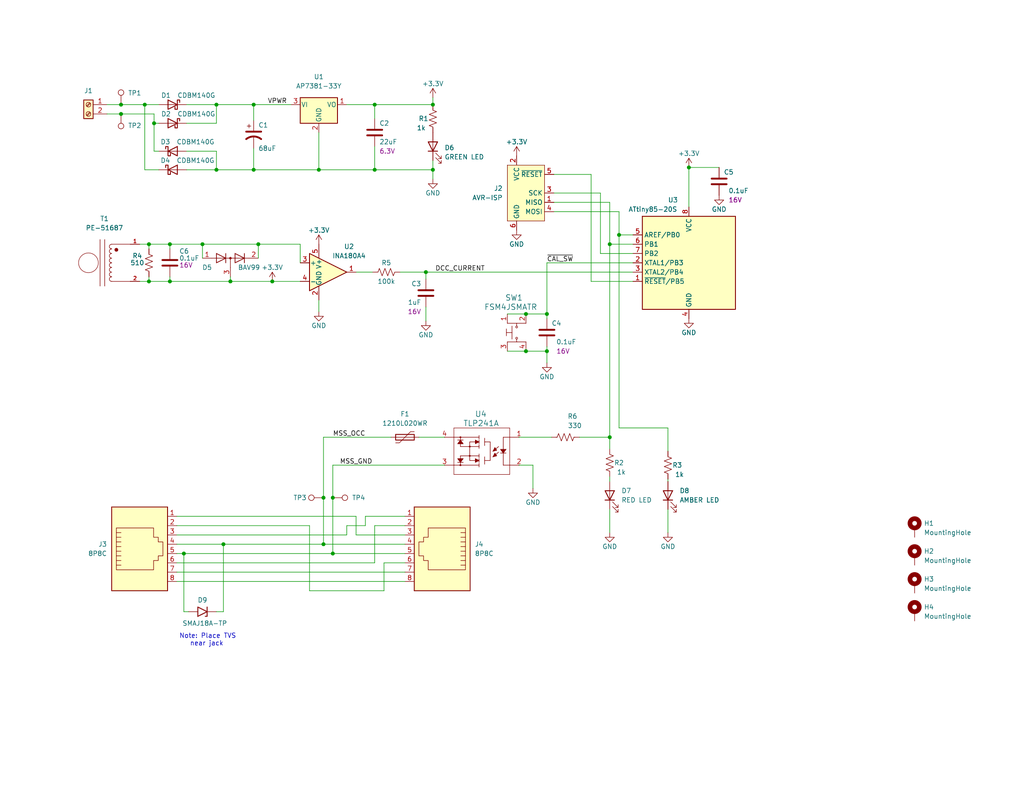
<source format=kicad_sch>
(kicad_sch (version 20211123) (generator eeschema)
  (paper "USLetter")
  (title_block (title "MSS Crossover Block Detector") (company "Iowa Scaled Engineering"))
  (lib_symbols
    (symbol "Amplifier_Current:INA180A4" (pin_names (offset 0.127))
      (property "Reference" "U" (at 3.81 3.81 0))
      (property "Value" "INA180A4" (at 3.81 -2.54 0))
      (symbol "INA180A4_0_1"
        (polyline (pts (xy 5.08 0) (xy -5.08 5.08) (xy -5.08 -5.08) (xy 5.08 0)) (stroke (width 0.254)) (fill (type background)))
      )
      (symbol "INA180A4_1_1"
        (pin output line (at 7.62 0 180) (length 2.54) (name "~") (number "1"))
        (pin power_in line (at -2.54 -7.62 90) (length 3.81) (name "GND") (number "2"))
        (pin input line (at -7.62 2.54 0) (length 2.54) (name "+") (number "3"))
        (pin input line (at -7.62 -2.54 0) (length 2.54) (name "-") (number "4"))
        (pin power_in line (at -2.54 7.62 270) (length 3.81) (name "V+") (number "5"))
      )
    )
    (symbol "Connector:8P8C" (pin_names (offset 1.016))
      (property "Reference" "J" (at -5.08 13.97 0))
      (property "Value" "8P8C" (at 2.54 13.97 0))
      (symbol "8P8C_0_1"
        (polyline (pts (xy -5.08 4.445) (xy -6.35 4.445)))
        (polyline (pts (xy -5.08 5.715) (xy -6.35 5.715)))
        (polyline (pts (xy -6.35 -3.175) (xy -5.08 -3.175) (xy -5.08 -3.175)))
        (polyline (pts (xy -6.35 -1.905) (xy -5.08 -1.905) (xy -5.08 -1.905)))
        (polyline (pts (xy -6.35 -0.635) (xy -5.08 -0.635) (xy -5.08 -0.635)))
        (polyline (pts (xy -6.35 0.635) (xy -5.08 0.635) (xy -5.08 0.635)))
        (polyline (pts (xy -6.35 1.905) (xy -5.08 1.905) (xy -5.08 1.905)))
        (polyline (pts (xy -5.08 3.175) (xy -6.35 3.175) (xy -6.35 3.175)))
        (polyline (pts (xy -6.35 -4.445) (xy -6.35 6.985) (xy 3.81 6.985) (xy 3.81 4.445) (xy 5.08 4.445) (xy 5.08 3.175) (xy 6.35 3.175) (xy 6.35 -0.635) (xy 5.08 -0.635) (xy 5.08 -1.905) (xy 3.81 -1.905) (xy 3.81 -4.445) (xy -6.35 -4.445) (xy -6.35 -4.445)))
        (rectangle (start 7.62 12.7) (end -7.62 -10.16) (stroke (width 0.254)) (fill (type background)))
      )
      (symbol "8P8C_1_1"
        (pin passive line (at 10.16 -7.62 180) (length 2.54) (name "~") (number "1"))
        (pin passive line (at 10.16 -5.08 180) (length 2.54) (name "~") (number "2"))
        (pin passive line (at 10.16 -2.54 180) (length 2.54) (name "~") (number "3"))
        (pin passive line (at 10.16 0 180) (length 2.54) (name "~") (number "4"))
        (pin passive line (at 10.16 2.54 180) (length 2.54) (name "~") (number "5"))
        (pin passive line (at 10.16 5.08 180) (length 2.54) (name "~") (number "6"))
        (pin passive line (at 10.16 7.62 180) (length 2.54) (name "~") (number "7"))
        (pin passive line (at 10.16 10.16 180) (length 2.54) (name "~") (number "8"))
      )
    )
    (symbol "Connector:Screw_Terminal_01x02" (pin_names (offset 1.016) hide)
      (property "Reference" "J" (at 0 2.54 0))
      (property "Value" "Screw_Terminal_01x02" (at 0 -5.08 0))
      (symbol "Screw_Terminal_01x02_1_1"
        (rectangle (start -1.27 1.27) (end 1.27 -3.81) (stroke (width 0.254)) (fill (type background)))
        (circle (center 0 -2.54) (radius 0.635) (stroke (width 0.1524)))
        (polyline (pts (xy -0.5334 -2.2098) (xy 0.3302 -3.048)) (stroke (width 0.1524)))
        (polyline (pts (xy -0.5334 0.3302) (xy 0.3302 -0.508)) (stroke (width 0.1524)))
        (polyline (pts (xy -0.3556 -2.032) (xy 0.508 -2.8702)) (stroke (width 0.1524)))
        (polyline (pts (xy -0.3556 0.508) (xy 0.508 -0.3302)) (stroke (width 0.1524)))
        (circle (center 0 0) (radius 0.635) (stroke (width 0.1524)))
        (pin passive line (at -5.08 0 0) (length 3.81) (name "Pin_1") (number "1"))
        (pin passive line (at -5.08 -2.54 0) (length 3.81) (name "Pin_2") (number "2"))
      )
    )
    (symbol "Connector:TestPoint" (pin_numbers hide) (pin_names (offset 0.762) hide)
      (property "Reference" "TP" (at 0 6.858 0))
      (property "Value" "TestPoint" (at 0 5.08 0))
      (symbol "TestPoint_0_1"
        (circle (center 0 3.302) (radius 0.762))
      )
      (symbol "TestPoint_1_1"
        (pin passive line (at 0 0 90) (length 2.54) (name "1") (number "1"))
      )
    )
    (symbol "Device:C" (pin_numbers hide) (pin_names (offset 0.254))
      (property "Reference" "C" (at 0.635 2.54 0))
      (property "Value" "C" (at 0.635 -2.54 0))
      (symbol "C_0_1"
        (polyline (pts (xy -2.032 -0.762) (xy 2.032 -0.762)) (stroke (width 0.508)))
        (polyline (pts (xy -2.032 0.762) (xy 2.032 0.762)) (stroke (width 0.508)))
      )
      (symbol "C_1_1"
        (pin passive line (at 0 3.81 270) (length 2.794) (name "~") (number "1"))
        (pin passive line (at 0 -3.81 90) (length 2.794) (name "~") (number "2"))
      )
    )
    (symbol "Device:C_Polarized_US" (pin_numbers hide) (pin_names (offset 0.254) hide)
      (property "Reference" "C" (at 0.635 2.54 0))
      (property "Value" "C_Polarized_US" (at 0.635 -2.54 0))
      (symbol "C_Polarized_US_0_1"
        (polyline (pts (xy -2.032 0.762) (xy 2.032 0.762)) (stroke (width 0.508)))
        (polyline (pts (xy -1.778 2.286) (xy -0.762 2.286)))
        (polyline (pts (xy -1.27 1.778) (xy -1.27 2.794)))
        (arc (start 2.032 -1.27) (mid 0 -0.5572) (end -2.032 -1.27) (stroke (width 0.508)))
      )
      (symbol "C_Polarized_US_1_1"
        (pin passive line (at 0 3.81 270) (length 2.794) (name "~") (number "1"))
        (pin passive line (at 0 -3.81 90) (length 3.302) (name "~") (number "2"))
      )
    )
    (symbol "Device:D_Schottky" (pin_numbers hide) (pin_names (offset 1.016) hide)
      (property "Reference" "D" (at 0 2.54 0))
      (property "Value" "D_Schottky" (at 0 -2.54 0))
      (symbol "D_Schottky_0_1"
        (polyline (pts (xy 1.27 0) (xy -1.27 0)))
        (polyline (pts (xy 1.27 1.27) (xy 1.27 -1.27) (xy -1.27 0) (xy 1.27 1.27)) (stroke (width 0.254)))
        (polyline (pts (xy -1.905 0.635) (xy -1.905 1.27) (xy -1.27 1.27) (xy -1.27 -1.27) (xy -0.635 -1.27) (xy -0.635 -0.635)) (stroke (width 0.254)))
      )
      (symbol "D_Schottky_1_1"
        (pin passive line (at -3.81 0 0) (length 2.54) (name "K") (number "1"))
        (pin passive line (at 3.81 0 180) (length 2.54) (name "A") (number "2"))
      )
    )
    (symbol "Device:LED" (pin_numbers hide) (pin_names (offset 1.016) hide)
      (property "Reference" "D" (at 0 2.54 0))
      (property "Value" "LED" (at 0 -2.54 0))
      (symbol "LED_0_1"
        (polyline (pts (xy -1.27 -1.27) (xy -1.27 1.27)) (stroke (width 0.254)))
        (polyline (pts (xy -1.27 0) (xy 1.27 0)))
        (polyline (pts (xy 1.27 -1.27) (xy 1.27 1.27) (xy -1.27 0) (xy 1.27 -1.27)) (stroke (width 0.254)))
        (polyline (pts (xy -3.048 -0.762) (xy -4.572 -2.286) (xy -3.81 -2.286) (xy -4.572 -2.286) (xy -4.572 -1.524)))
        (polyline (pts (xy -1.778 -0.762) (xy -3.302 -2.286) (xy -2.54 -2.286) (xy -3.302 -2.286) (xy -3.302 -1.524)))
      )
      (symbol "LED_1_1"
        (pin passive line (at -3.81 0 0) (length 2.54) (name "K") (number "1"))
        (pin passive line (at 3.81 0 180) (length 2.54) (name "A") (number "2"))
      )
    )
    (symbol "Device:Polyfuse" (pin_numbers hide) (pin_names (offset 0))
      (property "Reference" "F" (at -2.54 0 90))
      (property "Value" "Polyfuse" (at 2.54 0 90))
      (symbol "Polyfuse_0_1"
        (rectangle (start -0.762 2.54) (end 0.762 -2.54) (stroke (width 0.254)))
        (polyline (pts (xy 0 2.54) (xy 0 -2.54)))
        (polyline (pts (xy -1.524 2.54) (xy -1.524 1.524) (xy 1.524 -1.524) (xy 1.524 -2.54)))
      )
      (symbol "Polyfuse_1_1"
        (pin passive line (at 0 3.81 270) (length 1.27) (name "~") (number "1"))
        (pin passive line (at 0 -3.81 90) (length 1.27) (name "~") (number "2"))
      )
    )
    (symbol "Device:R_US" (pin_numbers hide) (pin_names (offset 0))
      (property "Reference" "R" (at 2.54 0 90))
      (property "Value" "R_US" (at -2.54 0 90))
      (symbol "R_US_0_1"
        (polyline (pts (xy 0 -2.286) (xy 0 -2.54)))
        (polyline (pts (xy 0 2.286) (xy 0 2.54)))
        (polyline (pts (xy 0 -0.762) (xy 1.016 -1.143) (xy 0 -1.524) (xy -1.016 -1.905) (xy 0 -2.286)))
        (polyline (pts (xy 0 0.762) (xy 1.016 0.381) (xy 0 0) (xy -1.016 -0.381) (xy 0 -0.762)))
        (polyline (pts (xy 0 2.286) (xy 1.016 1.905) (xy 0 1.524) (xy -1.016 1.143) (xy 0 0.762)))
      )
      (symbol "R_US_1_1"
        (pin passive line (at 0 3.81 270) (length 1.27) (name "~") (number "1"))
        (pin passive line (at 0 -3.81 90) (length 1.27) (name "~") (number "2"))
      )
    )
    (symbol "Diode:BAV99" (pin_names hide)
      (property "Reference" "D" (at 0 5.08 0))
      (property "Value" "BAV99" (at 0 2.54 0))
      (symbol "BAV99_0_1"
        (polyline (pts (xy -5.08 0) (xy 5.08 0)))
      )
      (symbol "BAV99_1_1"
        (polyline (pts (xy 0 0) (xy 0 -2.54)))
        (polyline (pts (xy -1.27 -1.27) (xy -1.27 1.27) (xy -1.27 1.27)) (stroke (width 0.2032)))
        (polyline (pts (xy 3.81 1.27) (xy 3.81 -1.27) (xy 3.81 -1.27)) (stroke (width 0.2032)))
        (polyline (pts (xy -3.81 1.27) (xy -1.27 0) (xy -3.81 -1.27) (xy -3.81 1.27) (xy -3.81 1.27) (xy -3.81 1.27)) (stroke (width 0.2032)))
        (polyline (pts (xy 1.27 1.27) (xy 3.81 0) (xy 1.27 -1.27) (xy 1.27 1.27) (xy 1.27 1.27) (xy 1.27 1.27)) (stroke (width 0.2032)))
        (circle (center 0 0) (radius 0.254) (fill (type outline)))
        (pin passive line (at -7.62 0 0) (length 2.54) (name "K") (number "1"))
        (pin passive line (at 7.62 0 180) (length 2.54) (name "A") (number "2"))
        (pin passive line (at 0 -5.08 90) (length 2.54) (name "K") (number "3"))
      )
    )
    (symbol "Diode:SM6T75A" (pin_numbers hide) (pin_names (offset 1.016) hide)
      (property "Reference" "D" (at 0 2.54 0))
      (property "Value" "SM6T75A" (at 0 -2.54 0))
      (symbol "SM6T75A_0_1"
        (polyline (pts (xy -0.762 1.27) (xy -1.27 1.27) (xy -1.27 -1.27)) (stroke (width 0.254)))
        (polyline (pts (xy 1.27 1.27) (xy 1.27 -1.27) (xy -1.27 0) (xy 1.27 1.27)) (stroke (width 0.254)))
      )
      (symbol "SM6T75A_1_1"
        (pin passive line (at -3.81 0 0) (length 2.54) (name "A1") (number "1"))
        (pin passive line (at 3.81 0 180) (length 2.54) (name "A2") (number "2"))
      )
    )
    (symbol "ISE_Generic:Conn_AVR_TagConnect_TC2030" (in_bom no)
      (property "Reference" "J" (at 2.54 11.43 0))
      (property "Value" "Conn_AVR_TagConnect_TC2030" (at 5.08 8.89 0))
      (symbol "Conn_AVR_TagConnect_TC2030_0_0"
        (pin output line (at 7.62 -2.54 180) (length 2.54) (name "MISO") (number "1"))
        (pin power_in line (at -2.54 10.16 270) (length 2.54) (name "VCC") (number "2"))
        (pin input line (at 7.62 0 180) (length 2.54) (name "SCK") (number "3"))
        (pin input line (at 7.62 -5.08 180) (length 2.54) (name "MOSI") (number "4"))
        (pin open_collector line (at 7.62 5.08 180) (length 2.54) (name "~{RESET}") (number "5"))
        (pin power_in line (at -2.54 -10.16 90) (length 2.54) (name "GND") (number "6"))
      )
      (symbol "Conn_AVR_TagConnect_TC2030_0_1"
        (rectangle (start -5.08 7.62) (end 5.08 -7.62) (fill (type background)))
      )
    )
    (symbol "ISE_Generic:PE-51687" (pin_names (offset 1.016))
      (property "Reference" "T" (at -5.0839 7.6279 0))
      (property "Value" "PE-51687" (at -5.0814 -10.1627 0))
      (symbol "PE-51687_0_0"
        (circle (center -3.81 0) (radius 2.6911) (stroke (width 0.127)))
        (polyline (pts (xy -0.635 6.35) (xy -0.635 -6.35)) (stroke (width 0.1524)))
        (polyline (pts (xy 0.635 6.35) (xy 0.635 -6.35)) (stroke (width 0.1524)))
        (polyline (pts (xy 7.62 -5.08) (xy 2.54 -5.08)) (stroke (width 0.1524)))
        (polyline (pts (xy 7.62 5.08) (xy 2.54 5.08)) (stroke (width 0.1524)))
        (arc (start 2.54 -3.81) (mid 1.905 -4.445) (end 2.54 -5.08) (stroke (width 0.1524)))
        (arc (start 2.54 -2.54) (mid 1.905 -3.175) (end 2.54 -3.81) (stroke (width 0.1524)))
        (arc (start 2.54 -1.27) (mid 1.905 -1.905) (end 2.54 -2.54) (stroke (width 0.1524)))
        (arc (start 2.54 0) (mid 1.905 -0.635) (end 2.54 -1.27) (stroke (width 0.1524)))
        (arc (start 2.54 1.27) (mid 1.905 0.635) (end 2.54 0) (stroke (width 0.1524)))
        (arc (start 2.54 2.54) (mid 1.905 1.905) (end 2.54 1.27) (stroke (width 0.1524)))
        (arc (start 2.54 3.81) (mid 1.905 3.175) (end 2.54 2.54) (stroke (width 0.1524)))
        (arc (start 2.54 5.08) (mid 1.905 4.445) (end 2.54 3.81) (stroke (width 0.1524)))
        (circle (center 3.81 3.556) (radius 0.254) (stroke (width 0.508)))
        (pin passive line (at 10.16 5.08 180) (length 2.54) (name "~") (number "1"))
        (pin passive line (at 10.16 -5.08 180) (length 2.54) (name "~") (number "2"))
      )
    )
    (symbol "ISE_UltraLibrarian:TLP241ATP1_F" (pin_names (offset 0.254) hide)
      (property "Reference" "U" (at 0 0 0))
      (property "Value" "TLP241ATP1_F" (at 0 0 0))
      (symbol "TLP241ATP1_F_0_1"
        (polyline (pts (xy -2.54 -10.16) (xy 0 -10.16)))
        (polyline (pts (xy -2.54 -2.54) (xy 0 -2.54)))
        (polyline (pts (xy 0 -12.7) (xy 0 0)) (stroke (width 0.127)))
        (polyline (pts (xy 0 0) (xy 15.24 0)) (stroke (width 0.127)))
        (polyline (pts (xy 1.016 -6.858) (xy 2.54 -6.858)))
        (polyline (pts (xy 1.778 -10.16) (xy 0 -10.16)))
        (polyline (pts (xy 1.778 -10.16) (xy 1.778 -6.858)))
        (polyline (pts (xy 1.778 -2.54) (xy 0 -2.54)))
        (polyline (pts (xy 1.778 -2.54) (xy 1.778 -5.842)))
        (polyline (pts (xy 4.572 -7.874) (xy 3.048 -6.604)))
        (polyline (pts (xy 4.572 -6.35) (xy 3.048 -5.08)))
        (polyline (pts (xy 5.334 -3.81) (xy 5.334 -8.89)))
        (polyline (pts (xy 6.858 -8.89) (xy 5.334 -8.89)))
        (polyline (pts (xy 6.858 -7.874) (xy 6.858 -9.906)))
        (polyline (pts (xy 6.858 -3.81) (xy 5.334 -3.81)))
        (polyline (pts (xy 6.858 -2.794) (xy 6.858 -4.826)))
        (polyline (pts (xy 8.382 -10.16) (xy 15.24 -10.16)))
        (polyline (pts (xy 8.382 -9.652) (xy 8.382 -10.668)))
        (polyline (pts (xy 8.382 -8.382) (xy 8.382 -9.398)))
        (polyline (pts (xy 8.382 -7.62) (xy 13.462 -7.62)))
        (polyline (pts (xy 8.382 -7.112) (xy 8.382 -8.128)))
        (polyline (pts (xy 8.382 -5.08) (xy 13.462 -5.08)))
        (polyline (pts (xy 8.382 -4.572) (xy 8.382 -5.588)))
        (polyline (pts (xy 8.382 -3.302) (xy 8.382 -4.318)))
        (polyline (pts (xy 8.382 -2.54) (xy 15.24 -2.54)))
        (polyline (pts (xy 8.382 -2.032) (xy 8.382 -3.048)))
        (polyline (pts (xy 9.398 -8.89) (xy 10.922 -8.89)))
        (polyline (pts (xy 9.398 -3.81) (xy 10.922 -3.81)))
        (polyline (pts (xy 10.922 -3.81) (xy 10.922 -8.89)))
        (polyline (pts (xy 12.7 -9.398) (xy 14.224 -9.398)))
        (polyline (pts (xy 12.7 -3.302) (xy 14.224 -3.302)))
        (polyline (pts (xy 13.462 -9.398) (xy 13.462 -10.16)))
        (polyline (pts (xy 13.462 -7.62) (xy 13.462 -8.382)))
        (polyline (pts (xy 13.462 -4.318) (xy 13.462 -5.08)))
        (polyline (pts (xy 13.462 -2.54) (xy 13.462 -3.302)))
        (polyline (pts (xy 15.24 -12.7) (xy 0 -12.7)) (stroke (width 0.127)))
        (polyline (pts (xy 15.24 0) (xy 15.24 -12.7)) (stroke (width 0.127)))
        (polyline (pts (xy 17.78 -10.16) (xy 15.24 -10.16)))
        (polyline (pts (xy 17.78 -2.54) (xy 15.24 -2.54)))
        (polyline (pts (xy 1.016 -5.842) (xy 1.016 -5.842) (xy 2.54 -5.842) (xy 1.778 -6.858) (xy 1.016 -5.842)) (fill (type outline)))
        (polyline (pts (xy 4.572 -7.874) (xy 4.572 -7.874) (xy 4.064 -6.858) (xy 3.556 -7.62) (xy 4.572 -7.874)) (fill (type outline)))
        (polyline (pts (xy 4.572 -6.35) (xy 4.572 -6.35) (xy 4.064 -5.334) (xy 3.556 -6.096) (xy 4.572 -6.35)) (fill (type outline)))
        (polyline (pts (xy 8.382 -8.89) (xy 8.382 -8.89) (xy 9.398 -8.382) (xy 9.398 -9.398) (xy 8.382 -8.89)) (fill (type outline)))
        (polyline (pts (xy 8.382 -3.81) (xy 8.382 -3.81) (xy 9.398 -3.302) (xy 9.398 -4.318) (xy 8.382 -3.81)) (fill (type outline)))
        (polyline (pts (xy 12.7 -8.382) (xy 12.7 -8.382) (xy 14.224 -8.382) (xy 13.462 -9.398) (xy 12.7 -8.382)) (fill (type outline)))
        (polyline (pts (xy 13.462 -3.302) (xy 13.462 -3.302) (xy 12.7 -4.318) (xy 14.224 -4.318) (xy 13.462 -3.302)) (fill (type outline)))
        (circle (center 10.922 -7.62) (radius 0.127) (stroke (width 0.254)))
        (circle (center 10.922 -5.08) (radius 0.127) (stroke (width 0.254)))
        (circle (center 13.462 -10.16) (radius 0.127) (stroke (width 0.254)))
        (circle (center 13.462 -2.54) (radius 0.127) (stroke (width 0.254)))
        (pin unspecified line (at -2.5146 -2.54 180) (length 0.0254) (name "1") (number "1"))
        (pin unspecified line (at -2.5146 -10.16 180) (length 0.0254) (name "2") (number "2"))
        (pin unspecified line (at 17.8054 -10.16 180) (length 0.0254) (name "3") (number "3"))
        (pin unspecified line (at 17.8054 -2.54 180) (length 0.0254) (name "4") (number "4"))
      )
    )
    (symbol "MCU_Microchip_ATtiny:ATtiny85-20S"
      (property "Reference" "U" (at -12.7 13.97 0))
      (property "Value" "ATtiny85-20S" (at 2.54 -13.97 0))
      (symbol "ATtiny85-20S_0_1"
        (rectangle (start -12.7 -12.7) (end 12.7 12.7) (stroke (width 0.254)) (fill (type background)))
      )
      (symbol "ATtiny85-20S_1_1"
        (pin bidirectional line (at 15.24 -5.08 180) (length 2.54) (name "~{RESET}/PB5") (number "1"))
        (pin bidirectional line (at 15.24 0 180) (length 2.54) (name "XTAL1/PB3") (number "2"))
        (pin bidirectional line (at 15.24 -2.54 180) (length 2.54) (name "XTAL2/PB4") (number "3"))
        (pin power_in line (at 0 -15.24 90) (length 2.54) (name "GND") (number "4"))
        (pin bidirectional line (at 15.24 7.62 180) (length 2.54) (name "AREF/PB0") (number "5"))
        (pin bidirectional line (at 15.24 5.08 180) (length 2.54) (name "PB1") (number "6"))
        (pin bidirectional line (at 15.24 2.54 180) (length 2.54) (name "PB2") (number "7"))
        (pin power_in line (at 0 15.24 270) (length 2.54) (name "VCC") (number "8"))
      )
    )
    (symbol "Mechanical:MountingHole_Pad" (pin_numbers hide) (pin_names (offset 1.016) hide)
      (property "Reference" "H" (at 0 6.35 0))
      (property "Value" "MountingHole_Pad" (at 0 4.445 0))
      (symbol "MountingHole_Pad_0_1"
        (circle (center 0 1.27) (radius 1.27) (stroke (width 1.27)))
      )
      (symbol "MountingHole_Pad_1_1"
        (pin input line (at 0 -2.54 90) (length 2.54) (name "1") (number "1"))
      )
    )
    (symbol "Regulator_Linear:AP7384-33Y" (pin_names (offset 0.254))
      (property "Reference" "U" (at -3.81 3.175 0))
      (property "Value" "AP7384-33Y" (at 0 3.175 0))
      (symbol "AP7384-33Y_0_1"
        (rectangle (start -5.08 1.905) (end 5.08 -5.08) (stroke (width 0.254)) (fill (type background)))
      )
      (symbol "AP7384-33Y_1_1"
        (pin power_out line (at 7.62 0 180) (length 2.54) (name "VO") (number "1"))
        (pin power_in line (at 0 -7.62 90) (length 2.54) (name "GND") (number "2"))
        (pin power_in line (at -7.62 0 0) (length 2.54) (name "VI") (number "3"))
      )
    )
    (symbol "dk_Tactile-Switches:FSM4JSMATR" (pin_names (offset 1.016))
      (property "Reference" "S" (at 0 5.08 0))
      (property "Value" "FSM4JSMATR" (at 0 -5.08 0))
      (symbol "FSM4JSMATR_0_1"
        (circle (center -1.524 0) (radius 0.254))
        (polyline (pts (xy -2.54 2.54) (xy -2.54 -2.54)))
        (polyline (pts (xy -1.778 0) (xy -2.54 0)))
        (polyline (pts (xy -1.778 1.27) (xy 1.778 1.27)))
        (polyline (pts (xy 2.54 -2.54) (xy 2.54 2.54)))
        (polyline (pts (xy 2.54 0) (xy 1.778 0)))
        (circle (center 1.524 0) (radius 0.254))
      )
      (symbol "FSM4JSMATR_1_1"
        (polyline (pts (xy -1.016 2.794) (xy 0.889 2.794)))
        (polyline (pts (xy 0 2.794) (xy 0 1.27)))
        (pin passive line (at -5.08 2.54 0) (length 2.54) (name "~") (number "1"))
        (pin passive line (at -5.08 -2.54 0) (length 2.54) (name "~") (number "2"))
        (pin passive line (at 5.08 2.54 180) (length 2.54) (name "~") (number "3"))
        (pin passive line (at 5.08 -2.54 180) (length 2.54) (name "~") (number "4"))
      )
    )
    (symbol "power:+3.3V" (power) (pin_names (offset 0))
      (property "Value" "+3.3V" (at 0 3.556 0))
      (symbol "+3.3V_0_1"
        (polyline (pts (xy -0.762 1.27) (xy 0 2.54)))
        (polyline (pts (xy 0 0) (xy 0 2.54)))
        (polyline (pts (xy 0 2.54) (xy 0.762 1.27)))
      )
      (symbol "+3.3V_1_1"
        (pin power_in line (at 0 0 90) (length 0) hide (name "+3.3V") (number "1"))
      )
    )
    (symbol "power:GND" (power) (pin_names (offset 0))
      (property "Value" "GND" (at 0 -3.81 0))
      (symbol "GND_0_1"
        (polyline (pts (xy 0 0) (xy 0 -1.27) (xy 1.27 -1.27) (xy 0 -2.54) (xy -1.27 -1.27) (xy 0 -1.27)))
      )
      (symbol "GND_1_1"
        (pin power_in line (at 0 0 270) (length 0) hide (name "GND") (number "1"))
      )
    )
  )
  (junction (at 116.205 74.295))
  (junction (at 33.02 31.115))
  (junction (at 90.805 151.13))
  (junction (at 149.225 95.885))
  (junction (at 50.165 151.13))
  (junction (at 40.64 76.835))
  (junction (at 187.96 45.72))
  (junction (at 88.265 148.59))
  (junction (at 59.055 28.575))
  (junction (at 69.215 28.575))
  (junction (at 46.355 66.675))
  (junction (at 42.037 33.655))
  (junction (at 59.055 46.355))
  (junction (at 90.805 135.89))
  (junction (at 39.497 28.575))
  (junction (at 166.37 66.675))
  (junction (at 86.995 46.355))
  (junction (at 74.295 76.835))
  (junction (at 40.64 66.675))
  (junction (at 69.215 46.355))
  (junction (at 46.355 76.835))
  (junction (at 166.37 119.38))
  (junction (at 88.265 135.89))
  (junction (at 60.96 148.59))
  (junction (at 70.485 66.675))
  (junction (at 55.245 66.675))
  (junction (at 102.235 46.355))
  (junction (at 149.225 85.725))
  (junction (at 143.51 95.885))
  (junction (at 102.235 28.575))
  (junction (at 62.865 76.835))
  (junction (at 118.11 46.355))
  (junction (at 118.11 28.575))
  (junction (at 168.91 64.135))
  (junction (at 33.02 28.575))
  (junction (at 143.51 85.725))
  (wire (pts (xy 151.13 55.245) (xy 166.37 55.245)))
  (wire (pts (xy 94.615 28.575) (xy 102.235 28.575)))
  (wire (pts (xy 145.415 127) (xy 145.415 133.35)))
  (wire (pts (xy 48.26 158.75) (xy 110.49 158.75)))
  (wire (pts (xy 40.64 76.835) (xy 46.355 76.835)))
  (wire (pts (xy 86.995 46.355) (xy 102.235 46.355)))
  (wire (pts (xy 166.37 131.445) (xy 166.37 130.175)))
  (wire (pts (xy 168.91 64.135) (xy 172.72 64.135)))
  (wire (pts (xy 69.215 28.575) (xy 69.215 32.893)))
  (wire (pts (xy 168.91 64.135) (xy 168.91 116.84)))
  (wire (pts (xy 50.165 151.13) (xy 90.805 151.13)))
  (wire (pts (xy 84.455 161.29) (xy 104.775 161.29)))
  (wire (pts (xy 42.037 41.275) (xy 42.037 33.655)))
  (wire (pts (xy 182.245 131.445) (xy 182.245 130.81)))
  (wire (pts (xy 187.96 45.72) (xy 187.96 56.515)))
  (wire (pts (xy 55.245 66.675) (xy 55.245 70.485)))
  (wire (pts (xy 158.115 119.38) (xy 166.37 119.38)))
  (wire (pts (xy 48.26 143.51) (xy 84.455 143.51)))
  (wire (pts (xy 149.225 95.885) (xy 149.225 94.615)))
  (wire (pts (xy 149.225 71.755) (xy 149.225 85.725)))
  (wire (pts (xy 143.51 95.885) (xy 149.225 95.885)))
  (wire (pts (xy 86.995 36.195) (xy 86.995 46.355)))
  (wire (pts (xy 166.37 66.675) (xy 166.37 119.38)))
  (wire (pts (xy 38.1 66.675) (xy 40.64 66.675)))
  (wire (pts (xy 168.91 116.84) (xy 182.245 116.84)))
  (wire (pts (xy 116.205 87.63) (xy 116.205 83.82)))
  (wire (pts (xy 104.775 161.29) (xy 104.775 153.67)))
  (wire (pts (xy 90.805 127) (xy 121.285 127)))
  (wire (pts (xy 48.26 140.97) (xy 97.155 140.97)))
  (wire (pts (xy 42.037 31.115) (xy 33.02 31.115)))
  (wire (pts (xy 46.355 66.675) (xy 46.355 67.945)))
  (wire (pts (xy 29.21 28.575) (xy 33.02 28.575)))
  (wire (pts (xy 39.497 46.355) (xy 39.497 28.575)))
  (wire (pts (xy 99.695 143.51) (xy 94.615 143.51)))
  (wire (pts (xy 59.055 167.005) (xy 60.96 167.005)))
  (wire (pts (xy 33.02 31.115) (xy 29.21 31.115)))
  (wire (pts (xy 138.43 85.725) (xy 143.51 85.725)))
  (wire (pts (xy 59.055 28.575) (xy 69.215 28.575)))
  (wire (pts (xy 102.235 153.67) (xy 102.235 143.51)))
  (wire (pts (xy 172.72 76.835) (xy 161.29 76.835)))
  (wire (pts (xy 161.29 47.625) (xy 151.13 47.625)))
  (wire (pts (xy 50.927 46.355) (xy 59.055 46.355)))
  (wire (pts (xy 149.225 99.06) (xy 149.225 95.885)))
  (wire (pts (xy 90.805 135.89) (xy 90.805 151.13)))
  (wire (pts (xy 151.13 57.785) (xy 168.91 57.785)))
  (wire (pts (xy 116.205 74.295) (xy 116.205 76.2)))
  (wire (pts (xy 182.245 139.065) (xy 182.245 145.415)))
  (wire (pts (xy 60.96 167.005) (xy 60.96 148.59)))
  (wire (pts (xy 46.355 66.675) (xy 55.245 66.675)))
  (wire (pts (xy 40.64 66.675) (xy 46.355 66.675)))
  (wire (pts (xy 143.51 95.885) (xy 138.43 95.885)))
  (wire (pts (xy 161.29 76.835) (xy 161.29 47.625)))
  (wire (pts (xy 74.295 76.835) (xy 81.915 76.835)))
  (wire (pts (xy 149.225 71.755) (xy 172.72 71.755)))
  (wire (pts (xy 50.165 167.005) (xy 51.435 167.005)))
  (wire (pts (xy 50.165 151.13) (xy 50.165 167.005)))
  (wire (pts (xy 62.865 76.835) (xy 74.295 76.835)))
  (wire (pts (xy 118.11 46.355) (xy 118.11 43.815)))
  (wire (pts (xy 60.96 148.59) (xy 88.265 148.59)))
  (wire (pts (xy 69.215 28.575) (xy 79.375 28.575)))
  (wire (pts (xy 102.235 28.575) (xy 102.235 32.385)))
  (wire (pts (xy 88.265 135.89) (xy 88.265 148.59)))
  (wire (pts (xy 163.83 69.215) (xy 172.72 69.215)))
  (wire (pts (xy 40.64 76.835) (xy 38.1 76.835)))
  (wire (pts (xy 84.455 143.51) (xy 84.455 161.29)))
  (wire (pts (xy 118.11 46.355) (xy 118.11 48.895)))
  (wire (pts (xy 50.927 28.575) (xy 59.055 28.575)))
  (wire (pts (xy 150.495 119.38) (xy 141.605 119.38)))
  (wire (pts (xy 40.64 67.945) (xy 40.64 66.675)))
  (wire (pts (xy 59.055 41.275) (xy 59.055 46.355)))
  (wire (pts (xy 97.155 140.97) (xy 97.155 146.05)))
  (wire (pts (xy 59.055 46.355) (xy 69.215 46.355)))
  (wire (pts (xy 70.485 70.485) (xy 70.485 66.675)))
  (wire (pts (xy 166.37 55.245) (xy 166.37 66.675)))
  (wire (pts (xy 90.805 151.13) (xy 110.49 151.13)))
  (wire (pts (xy 43.307 41.275) (xy 42.037 41.275)))
  (wire (pts (xy 90.805 127) (xy 90.805 135.89)))
  (wire (pts (xy 166.37 122.555) (xy 166.37 119.38)))
  (wire (pts (xy 149.225 85.725) (xy 149.225 86.995)))
  (wire (pts (xy 143.51 85.725) (xy 149.225 85.725)))
  (wire (pts (xy 187.96 45.72) (xy 196.215 45.72)))
  (wire (pts (xy 114.3 119.38) (xy 121.285 119.38)))
  (wire (pts (xy 102.235 46.355) (xy 118.11 46.355)))
  (wire (pts (xy 46.355 75.565) (xy 46.355 76.835)))
  (wire (pts (xy 166.37 139.065) (xy 166.37 145.415)))
  (wire (pts (xy 94.615 146.05) (xy 48.26 146.05)))
  (wire (pts (xy 99.695 140.97) (xy 99.695 143.51)))
  (wire (pts (xy 81.915 66.675) (xy 81.915 71.755)))
  (wire (pts (xy 42.037 33.655) (xy 42.037 31.115)))
  (wire (pts (xy 48.26 156.21) (xy 110.49 156.21)))
  (wire (pts (xy 118.11 26.67) (xy 118.11 28.575)))
  (wire (pts (xy 69.215 40.513) (xy 69.215 46.355)))
  (wire (pts (xy 166.37 66.675) (xy 172.72 66.675)))
  (wire (pts (xy 102.235 28.575) (xy 118.11 28.575)))
  (wire (pts (xy 48.26 151.13) (xy 50.165 151.13)))
  (wire (pts (xy 46.355 76.835) (xy 62.865 76.835)))
  (wire (pts (xy 116.205 74.295) (xy 172.72 74.295)))
  (wire (pts (xy 55.245 66.675) (xy 70.485 66.675)))
  (wire (pts (xy 69.215 46.355) (xy 86.995 46.355)))
  (wire (pts (xy 182.245 116.84) (xy 182.245 123.19)))
  (wire (pts (xy 141.605 127) (xy 145.415 127)))
  (wire (pts (xy 102.235 143.51) (xy 110.49 143.51)))
  (wire (pts (xy 97.155 146.05) (xy 110.49 146.05)))
  (wire (pts (xy 109.22 74.295) (xy 116.205 74.295)))
  (wire (pts (xy 50.927 33.655) (xy 59.055 33.655)))
  (wire (pts (xy 40.64 75.565) (xy 40.64 76.835)))
  (wire (pts (xy 168.91 57.785) (xy 168.91 64.135)))
  (wire (pts (xy 88.265 119.38) (xy 88.265 135.89)))
  (wire (pts (xy 43.307 33.655) (xy 42.037 33.655)))
  (wire (pts (xy 88.265 119.38) (xy 106.68 119.38)))
  (wire (pts (xy 50.927 41.275) (xy 59.055 41.275)))
  (wire (pts (xy 48.26 153.67) (xy 102.235 153.67)))
  (wire (pts (xy 48.26 148.59) (xy 60.96 148.59)))
  (wire (pts (xy 39.497 28.575) (xy 43.307 28.575)))
  (wire (pts (xy 39.497 46.355) (xy 43.307 46.355)))
  (wire (pts (xy 163.83 52.705) (xy 163.83 69.215)))
  (wire (pts (xy 102.235 40.005) (xy 102.235 46.355)))
  (wire (pts (xy 151.13 52.705) (xy 163.83 52.705)))
  (wire (pts (xy 86.995 81.915) (xy 86.995 85.09)))
  (wire (pts (xy 88.265 148.59) (xy 110.49 148.59)))
  (wire (pts (xy 70.485 66.675) (xy 81.915 66.675)))
  (wire (pts (xy 99.695 140.97) (xy 110.49 140.97)))
  (wire (pts (xy 33.02 28.575) (xy 39.497 28.575)))
  (wire (pts (xy 59.055 33.655) (xy 59.055 28.575)))
  (wire (pts (xy 94.615 143.51) (xy 94.615 146.05)))
  (wire (pts (xy 97.155 74.295) (xy 101.6 74.295)))
  (wire (pts (xy 104.775 153.67) (xy 110.49 153.67)))
  (wire (pts (xy 62.865 75.565) (xy 62.865 76.835)))
  (text "Note: Place TVS\n   near jack" (at 48.895 176.53 0) (effects (font (size 1.27 1.27)) (justify left bottom)))
  (label "VPWR" (at 73.025 28.575 0))
  (label "DCC_CURRENT" (at 118.745 74.295 0))
  (label "~{CAL_SW}" (at 149.225 71.755 0))
  (label "MSS_GND" (at 92.71 127 0))
  (label "MSS_OCC" (at 90.805 119.38 0))
  (symbol (lib_id "MCU_Microchip_ATtiny:ATtiny85-20S") (at 187.96 71.755 0) (mirror y) (unit 1)
    (property "Reference" "U3" (at 182.245 54.61 0) (effects (justify right)))
    (property "Value" "ATtiny85-20S" (at 171.45 57.15 0) (effects (justify right)))
    (property "Footprint" "Package_SO:SOIC-8W_5.3x5.3mm_P1.27mm" (effects hide))
    (property "Datasheet" "http://ww1.microchip.com/downloads/en/DeviceDoc/atmel-2586-avr-8-bit-microcontroller-attiny25-attiny45-attiny85_datasheet.pdf" (effects hide))
  )
  (symbol (lib_id "power:GND") (at 196.215 53.34 0) (unit 1)
    (property "Reference" "#PWR0107" (effects hide))
    (property "Value" "GND" (at 196.215 57.15 0))
  )
  (symbol (lib_id "Device:C") (at 196.215 49.53 0) (unit 1)
    (property "Reference" "C5" (at 197.485 46.99 0) (effects (justify left)))
    (property "Value" "0.1uF" (at 198.755 52.07 0) (effects (justify left)))
    (property "Footprint" "Capacitor_SMD:C_0805_2012Metric" (effects hide))
    (property "Voltage" "16V" (at 198.755 54.61 0) (effects (justify left)))
  )
  (symbol (lib_id "Device:D_Schottky") (at 47.117 46.355 0) (unit 1)
    (property "Reference" "D4" (at 46.482 43.815 0) (effects (justify right)))
    (property "Value" "CDBM140G" (at 58.547 43.815 0) (effects (justify right)))
    (property "Footprint" "Diode_SMD:D_SOD-123" (effects hide))
  )
  (symbol (lib_id "Connector:TestPoint") (at 88.265 135.89 90) (unit 1)
    (property "Reference" "TP3" (at 80.01 135.89 90) (effects (justify right)))
    (property "Value" "TestPoint" (effects hide))
    (property "Footprint" "TestPoint:TestPoint_Pad_D2.0mm" (effects hide))
  )
  (symbol (lib_id "power:GND") (at 149.225 99.06 0) (unit 1)
    (property "Reference" "#PWR0104" (effects hide))
    (property "Value" "GND" (at 149.225 102.87 0))
  )
  (symbol (lib_id "Device:LED") (at 118.11 40.005 90) (unit 1)
    (property "Reference" "D6" (at 121.285 40.3224 90) (effects (justify right)))
    (property "Value" "GREEN LED" (at 121.285 42.8624 90) (effects (justify right)))
    (property "Footprint" "LED_SMD:LED_0805_2012Metric" (effects hide))
  )
  (symbol (lib_id "Device:LED") (at 182.245 135.255 90) (unit 1)
    (property "Reference" "D8" (at 185.42 133.985 90) (effects (justify right)))
    (property "Value" "AMBER LED" (at 185.42 136.525 90) (effects (justify right)))
    (property "Footprint" "LED_SMD:LED_0805_2012Metric" (effects hide))
  )
  (symbol (lib_id "Device:D_Schottky") (at 47.117 33.655 0) (mirror y) (unit 1)
    (property "Reference" "D2" (at 43.942 31.115 0) (effects (justify right)))
    (property "Value" "CDBM140G" (at 48.387 31.115 0) (effects (justify right)))
    (property "Footprint" "Diode_SMD:D_SOD-123" (effects hide))
  )
  (symbol (lib_id "Device:D_Schottky") (at 47.117 41.275 0) (unit 1)
    (property "Reference" "D3" (at 46.482 38.735 0) (effects (justify right)))
    (property "Value" "CDBM140G" (at 58.547 38.735 0) (effects (justify right)))
    (property "Footprint" "Diode_SMD:D_SOD-123" (effects hide))
  )
  (symbol (lib_id "power:GND") (at 187.96 86.995 0) (unit 1)
    (property "Reference" "#PWR0105" (effects hide))
    (property "Value" "GND" (at 187.96 90.805 0))
  )
  (symbol (lib_id "power:GND") (at 145.415 133.35 0) (unit 1)
    (property "Reference" "#PWR0103" (effects hide))
    (property "Value" "GND" (at 145.415 137.16 0))
  )
  (symbol (lib_id "Connector:TestPoint") (at 33.02 28.575 0) (unit 1)
    (property "Reference" "TP1" (at 34.925 25.4 0) (effects (justify left)))
    (property "Value" "TestPoint" (effects hide))
    (property "Footprint" "TestPoint:TestPoint_Pad_D2.0mm" (effects hide))
  )
  (symbol (lib_id "power:+3.3V") (at 74.295 76.835 0) (unit 1)
    (property "Reference" "#PWR0101" (effects hide))
    (property "Value" "+3.3V" (at 74.295 73.025 0))
  )
  (symbol (lib_id "Connector:8P8C") (at 38.1 148.59 0) (mirror x) (unit 1)
    (property "Reference" "J3" (at 29.21 148.5899 0) (effects (justify right)))
    (property "Value" "8P8C" (at 29.21 151.1299 0) (effects (justify right)))
    (property "Footprint" "RJ45_Amphenol_54602-x08_Horizontal" (effects hide))
  )
  (symbol (lib_id "Device:C_Polarized_US") (at 69.215 36.703 0) (unit 1)
    (property "Reference" "C1" (at 70.485 34.163 0) (effects (justify left)))
    (property "Value" "68uF" (at 70.485 40.513 0) (effects (justify left)))
    (property "Footprint" "Capacitor_SMD:CP_Elec_6.3x5.8" (effects hide))
  )
  (symbol (lib_id "Device:C") (at 46.355 71.755 0) (unit 1)
    (property "Reference" "C6" (at 48.895 68.58 0) (effects (justify left)))
    (property "Value" "0.1uF" (at 48.895 70.485 0) (effects (justify left)))
    (property "Footprint" "Capacitor_SMD:C_0805_2012Metric" (effects hide))
    (property "Voltage" "16V" (at 48.895 72.39 0) (effects (justify left)))
  )
  (symbol (lib_id "Amplifier_Current:INA180A4") (at 89.535 74.295 0) (unit 1)
    (property "Reference" "U2" (at 95.25 67.31 0))
    (property "Value" "INA180A4" (at 95.25 69.85 0))
    (property "Footprint" "Package_TO_SOT_SMD:SOT-23-5" (effects hide))
    (property "Datasheet" "http://www.ti.com/lit/ds/symlink/ina180.pdf" (effects hide))
  )
  (symbol (lib_id "power:+3.3V") (at 187.96 45.72 0) (unit 1)
    (property "Reference" "#PWR0106" (effects hide))
    (property "Value" "+3.3V" (at 187.96 41.91 0))
  )
  (symbol (lib_id "power:+3.3V") (at 86.995 66.675 0) (unit 1)
    (property "Reference" "#PWR0102" (effects hide))
    (property "Value" "+3.3V" (at 86.995 62.865 0))
  )
  (symbol (lib_id "power:GND") (at 166.37 145.415 0) (unit 1)
    (property "Reference" "#PWR0109" (effects hide))
    (property "Value" "GND" (at 166.37 149.225 0))
  )
  (symbol (lib_id "Device:R_US") (at 105.41 74.295 270) (unit 1)
    (property "Reference" "R5" (at 105.41 71.755 90))
    (property "Value" "100k" (at 105.41 76.835 90))
    (property "Footprint" "Resistor_SMD:R_0805_2012Metric" (effects hide))
  )
  (symbol (lib_id "ISE_UltraLibrarian:TLP241ATP1_F") (at 139.0904 116.84 0) (mirror y) (unit 1)
    (property "Reference" "U4" (at 129.54 113.03 0) (effects (font (size 1.524 1.524)) (justify right)))
    (property "Value" "TLP241A" (at 126.365 115.57 0) (effects (font (size 1.524 1.524)) (justify right)))
    (property "Footprint" "ISE_UltraLibrarian:11-5B201S_TOS" (effects hide))
    (property "Datasheet" "TLP241A" (effects hide))
  )
  (symbol (lib_id "Device:C") (at 116.205 80.01 0) (mirror y) (unit 1)
    (property "Reference" "C3" (at 114.935 77.47 0) (effects (justify left)))
    (property "Value" "1uF" (at 114.935 82.55 0) (effects (justify left)))
    (property "Footprint" "Capacitor_SMD:C_0805_2012Metric" (effects hide))
    (property "Voltage" "16V" (at 114.935 85.09 0) (effects (justify left)))
  )
  (symbol (lib_id "Device:R_US") (at 182.245 127 0) (unit 1)
    (property "Reference" "R3" (at 184.785 127 0))
    (property "Value" "1k" (at 185.42 129.54 0))
    (property "Footprint" "Resistor_SMD:R_0805_2012Metric" (effects hide))
  )
  (symbol (lib_id "dk_Tactile-Switches:FSM4JSMATR") (at 140.97 90.805 90) (mirror x) (unit 1)
    (property "Reference" "SW1" (at 137.795 81.28 90) (effects (font (size 1.524 1.524)) (justify right)))
    (property "Value" "FSM4JSMATR" (at 132.08 83.82 90) (effects (font (size 1.524 1.524)) (justify right)))
    (property "Footprint" "ISE_Generic:TE_FSM4JSMA" (effects hide))
    (property "Datasheet" "https://www.te.com/commerce/DocumentDelivery/DDEController?Action=srchrtrv&DocNm=2-1437565-7&DocType=Customer+Drawing&DocLang=English" (effects hide))
    (property "Digi-Key_PN" "450-1759-1-ND" (effects hide))
    (property "MPN" "FSM4JSMATR" (effects hide))
    (property "Category" "Switches" (effects hide))
    (property "Family" "Tactile Switches" (effects hide))
    (property "DK_Datasheet_Link" "https://www.te.com/commerce/DocumentDelivery/DDEController?Action=srchrtrv&DocNm=2-1437565-7&DocType=Customer+Drawing&DocLang=English" (effects hide))
    (property "DK_Detail_Page" "/product-detail/en/te-connectivity-alcoswitch-switches/FSM4JSMATR/450-1759-1-ND/2271638" (effects hide))
    (property "Description" "SWITCH TACTILE SPST-NO 0.05A 24V" (effects hide))
    (property "Manufacturer" "TE Connectivity ALCOSWITCH Switches" (effects hide))
    (property "Status" "Active" (effects hide))
  )
  (symbol (lib_id "Connector:TestPoint") (at 33.02 31.115 180) (unit 1)
    (property "Reference" "TP2" (at 34.925 34.29 0) (effects (justify right)))
    (property "Value" "TestPoint" (effects hide))
    (property "Footprint" "TestPoint:TestPoint_Pad_D2.0mm" (effects hide))
  )
  (symbol (lib_id "ISE_Generic:Conn_AVR_TagConnect_TC2030") (at 143.51 52.705 0) (unit 1) (in_bom no)
    (property "Reference" "J2" (at 137.16 51.4349 0) (effects (justify right)))
    (property "Value" "AVR-ISP" (at 137.16 53.9749 0) (effects (justify right)))
    (property "Footprint" "Connector:Tag-Connect_TC2030-IDC-NL_2x03_P1.27mm_Vertical" (effects hide))
    (property "Datasheet" "https://www.tag-connect.com/wp-content/uploads/bsk-pdf-manager/TC2030-CTX_1.pdf" (effects hide))
  )
  (symbol (lib_id "power:+3.3V") (at 140.97 42.545 0) (unit 1)
    (property "Reference" "#PWR0112" (effects hide))
    (property "Value" "+3.3V" (at 140.97 38.735 0))
  )
  (symbol (lib_id "ISE_Generic:PE-51687") (at 27.94 71.755 0) (unit 1)
    (property "Reference" "T1" (at 28.5058 59.69 0))
    (property "Value" "PE-51687" (at 28.5058 62.23 0))
    (property "Footprint" "ISE_Generic:XFMR_PE-51687" (effects hide))
    (property "MF" "Pulse Engineering" (effects hide))
    (property "Description" "Current Transformer 100:1" (effects hide))
    (property "Package" "None" (effects hide))
    (property "STANDARD" "IPC 7251" (effects hide))
    (property "MP" "PE-51687" (effects hide))
    (property "MANUFACTURER" "Pulse Engineering" (effects hide))
  )
  (symbol (lib_id "Regulator_Linear:AP7384-33Y") (at 86.995 28.575 0) (unit 1)
    (property "Reference" "U1" (at 86.995 20.955 0))
    (property "Value" "AP7381-33Y" (at 86.995 23.495 0))
    (property "Footprint" "ISE_Generic:SOT-89-3" (effects hide))
    (property "Datasheet" "https://www.diodes.com/assets/Datasheets/AP7381.pdf" (effects hide))
  )
  (symbol (lib_id "Connector:8P8C") (at 120.65 148.59 180) (unit 1)
    (property "Reference" "J4" (at 129.54 148.5899 0) (effects (justify right)))
    (property "Value" "8P8C" (at 129.54 151.1299 0) (effects (justify right)))
    (property "Footprint" "RJ45_Amphenol_54602-x08_Horizontal" (effects hide))
  )
  (symbol (lib_id "Device:LED") (at 166.37 135.255 90) (unit 1)
    (property "Reference" "D7" (at 169.545 133.985 90) (effects (justify right)))
    (property "Value" "RED LED" (at 169.545 136.525 90) (effects (justify right)))
    (property "Footprint" "LED_SMD:LED_0805_2012Metric" (effects hide))
  )
  (symbol (lib_id "Device:R_US") (at 118.11 32.385 180) (unit 1)
    (property "Reference" "R1" (at 115.57 32.385 0))
    (property "Value" "1k" (at 114.935 34.925 0))
    (property "Footprint" "Resistor_SMD:R_0805_2012Metric" (effects hide))
  )
  (symbol (lib_id "power:GND") (at 118.11 48.895 0) (unit 1)
    (property "Reference" "#PWR05" (effects hide))
    (property "Value" "GND" (at 118.11 52.705 0))
  )
  (symbol (lib_id "Mechanical:MountingHole_Pad") (at 249.555 151.765 0) (unit 1)
    (property "Reference" "H2" (at 252.095 150.4949 0) (effects (justify left)))
    (property "Value" "MountingHole" (at 252.095 153.0349 0) (effects (justify left)))
    (property "Footprint" "MountingHole:MountingHole_3.2mm_M3_Pad" (effects hide))
  )
  (symbol (lib_id "Device:D_Schottky") (at 47.117 28.575 0) (mirror y) (unit 1)
    (property "Reference" "D1" (at 43.942 26.035 0) (effects (justify right)))
    (property "Value" "CDBM140G" (at 48.387 26.035 0) (effects (justify right)))
    (property "Footprint" "Diode_SMD:D_SOD-123" (effects hide))
  )
  (symbol (lib_id "power:GND") (at 182.245 145.415 0) (unit 1)
    (property "Reference" "#PWR0108" (effects hide))
    (property "Value" "GND" (at 182.245 149.225 0))
  )
  (symbol (lib_id "Mechanical:MountingHole_Pad") (at 249.555 159.385 0) (unit 1)
    (property "Reference" "H3" (at 252.095 158.1149 0) (effects (justify left)))
    (property "Value" "MountingHole" (at 252.095 160.6549 0) (effects (justify left)))
    (property "Footprint" "MountingHole:MountingHole_3.2mm_M3_Pad" (effects hide))
  )
  (symbol (lib_id "power:GND") (at 140.97 62.865 0) (unit 1)
    (property "Reference" "#PWR0113" (effects hide))
    (property "Value" "GND" (at 140.97 66.675 0))
  )
  (symbol (lib_id "Diode:SM6T75A") (at 55.245 167.005 180) (unit 1)
    (property "Reference" "D9" (at 55.245 163.83 0))
    (property "Value" "SMAJ18A-TP" (at 55.88 170.18 0))
    (property "Footprint" "Diode_SMD:D_SMA" (effects hide))
    (property "Datasheet" "https://www.st.com/resource/en/datasheet/sm6t.pdf" (effects hide))
  )
  (symbol (lib_id "Device:C") (at 102.235 36.195 0) (unit 1)
    (property "Reference" "C2" (at 103.505 33.655 0) (effects (justify left)))
    (property "Value" "22uF" (at 103.505 38.735 0) (effects (justify left)))
    (property "Footprint" "Capacitor_SMD:C_0805_2012Metric" (effects hide))
    (property "Voltage" "6.3V" (at 103.505 41.275 0) (effects (justify left)))
  )
  (symbol (lib_id "Connector:Screw_Terminal_01x02") (at 24.13 28.575 0) (mirror y) (unit 1)
    (property "Reference" "J1" (at 24.13 24.765 0))
    (property "Value" "Screw_Terminal_01x02" (effects hide))
    (property "Footprint" "TerminalBlock_RND:TerminalBlock_RND_205-00012_1x02_P5.00mm_Horizontal" (effects hide))
  )
  (symbol (lib_id "power:+3.3V") (at 118.11 26.67 0) (unit 1)
    (property "Reference" "#PWR04" (effects hide))
    (property "Value" "+3.3V" (at 118.11 22.86 0))
  )
  (symbol (lib_id "Mechanical:MountingHole_Pad") (at 249.555 167.005 0) (unit 1)
    (property "Reference" "H4" (at 252.095 165.7349 0) (effects (justify left)))
    (property "Value" "MountingHole" (at 252.095 168.2749 0) (effects (justify left)))
    (property "Footprint" "MountingHole:MountingHole_3.2mm_M3_Pad" (effects hide))
  )
  (symbol (lib_id "Device:R_US") (at 166.37 126.365 0) (unit 1)
    (property "Reference" "R2" (at 168.91 126.365 0))
    (property "Value" "1k" (at 169.545 128.905 0))
    (property "Footprint" "Resistor_SMD:R_0805_2012Metric" (effects hide))
  )
  (symbol (lib_id "Device:Polyfuse") (at 110.49 119.38 90) (unit 1)
    (property "Reference" "F1" (at 110.49 113.03 90))
    (property "Value" "1210L020WR" (at 110.49 115.57 90))
    (property "Footprint" "Resistor_SMD:R_1210_3225Metric" (effects hide))
  )
  (symbol (lib_id "Device:R_US") (at 154.305 119.38 90) (unit 1)
    (property "Reference" "R6" (at 156.21 113.665 90))
    (property "Value" "330" (at 156.845 116.205 90))
    (property "Footprint" "Resistor_SMD:R_0805_2012Metric" (effects hide))
  )
  (symbol (lib_id "Diode:BAV99") (at 62.865 70.485 0) (unit 1)
    (property "Reference" "D5" (at 56.515 73.025 0))
    (property "Value" "BAV99" (at 67.945 73.025 0))
    (property "Footprint" "Package_TO_SOT_SMD:SOT-23" (effects hide))
    (property "Datasheet" "https://assets.nexperia.com/documents/data-sheet/BAV99_SER.pdf" (effects hide))
  )
  (symbol (lib_id "Device:R_US") (at 40.64 71.755 180) (unit 1)
    (property "Reference" "R4" (at 37.465 69.85 0))
    (property "Value" "510" (at 37.465 71.755 0))
    (property "Footprint" "Resistor_SMD:R_0805_2012Metric" (effects hide))
  )
  (symbol (lib_id "power:GND") (at 86.995 85.09 0) (unit 1)
    (property "Reference" "#PWR0111" (effects hide))
    (property "Value" "GND" (at 86.995 88.9 0))
  )
  (symbol (lib_id "Device:C") (at 149.225 90.805 0) (unit 1)
    (property "Reference" "C4" (at 150.495 88.265 0) (effects (justify left)))
    (property "Value" "0.1uF" (at 151.765 93.345 0) (effects (justify left)))
    (property "Footprint" "Capacitor_SMD:C_0805_2012Metric" (effects hide))
    (property "Voltage" "16V" (at 151.765 95.885 0) (effects (justify left)))
  )
  (symbol (lib_id "power:GND") (at 116.205 87.63 0) (mirror y) (unit 1)
    (property "Reference" "#PWR0110" (effects hide))
    (property "Value" "GND" (at 116.205 91.44 0))
  )
  (symbol (lib_id "Mechanical:MountingHole_Pad") (at 249.555 144.145 0) (unit 1)
    (property "Reference" "H1" (at 252.095 142.8749 0) (effects (justify left)))
    (property "Value" "MountingHole" (at 252.095 145.4149 0) (effects (justify left)))
    (property "Footprint" "MountingHole:MountingHole_3.2mm_M3_Pad" (effects hide))
  )
  (symbol (lib_id "Connector:TestPoint") (at 90.805 135.89 270) (unit 1)
    (property "Reference" "TP4" (at 99.695 135.89 90) (effects (justify right)))
    (property "Value" "TestPoint" (effects hide))
    (property "Footprint" "TestPoint:TestPoint_Pad_D2.0mm" (effects hide))
  )
)
</source>
